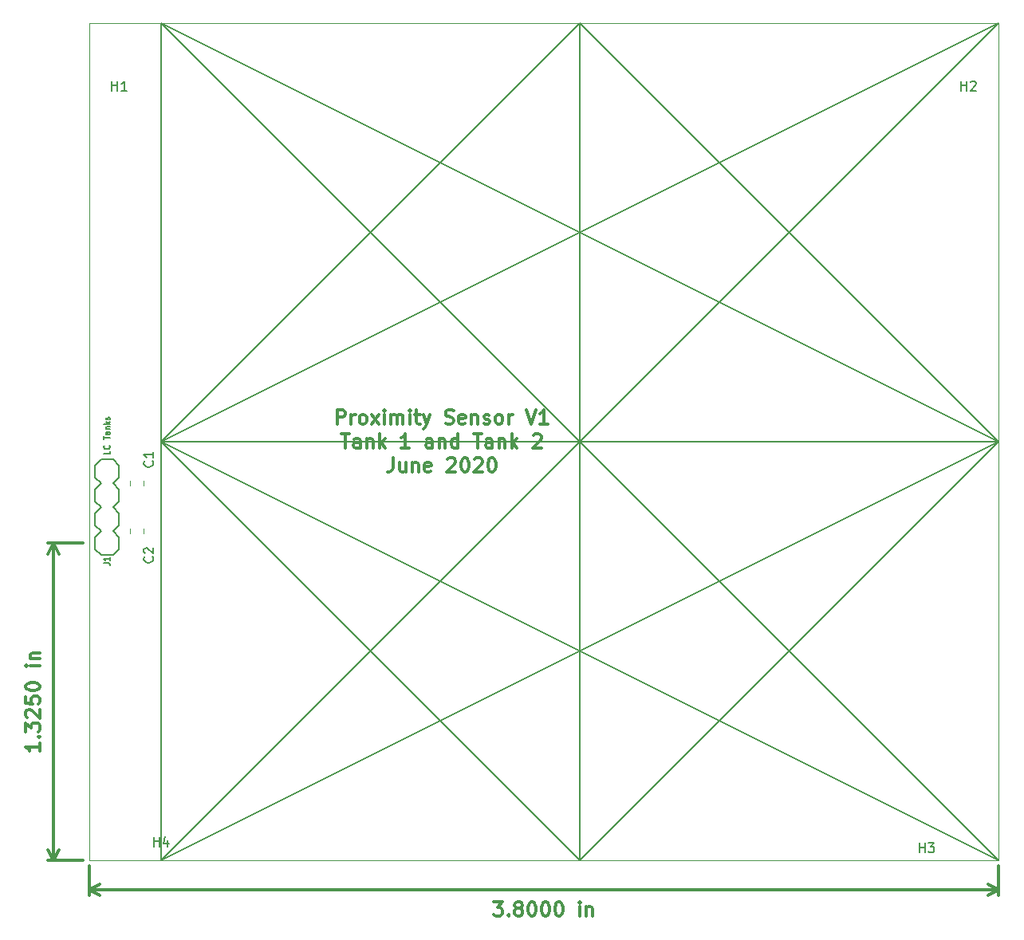
<source format=gbr>
G04 #@! TF.GenerationSoftware,KiCad,Pcbnew,(5.0.2)-1*
G04 #@! TF.CreationDate,2020-06-24T22:28:35-05:00*
G04 #@! TF.ProjectId,ProximityTankTwo_V1,50726f78-696d-4697-9479-54616e6b5477,rev?*
G04 #@! TF.SameCoordinates,Original*
G04 #@! TF.FileFunction,Legend,Top*
G04 #@! TF.FilePolarity,Positive*
%FSLAX46Y46*%
G04 Gerber Fmt 4.6, Leading zero omitted, Abs format (unit mm)*
G04 Created by KiCad (PCBNEW (5.0.2)-1) date 6/24/2020 10:28:35 PM*
%MOMM*%
%LPD*%
G01*
G04 APERTURE LIST*
%ADD10C,0.300000*%
%ADD11C,0.200000*%
%ADD12C,0.025400*%
%ADD13C,0.120000*%
%ADD14C,0.203200*%
%ADD15C,0.150000*%
%ADD16C,0.127000*%
G04 APERTURE END LIST*
D10*
X51722142Y-67978571D02*
X51722142Y-66478571D01*
X52293571Y-66478571D01*
X52436428Y-66550000D01*
X52507857Y-66621428D01*
X52579285Y-66764285D01*
X52579285Y-66978571D01*
X52507857Y-67121428D01*
X52436428Y-67192857D01*
X52293571Y-67264285D01*
X51722142Y-67264285D01*
X53222142Y-67978571D02*
X53222142Y-66978571D01*
X53222142Y-67264285D02*
X53293571Y-67121428D01*
X53365000Y-67050000D01*
X53507857Y-66978571D01*
X53650714Y-66978571D01*
X54365000Y-67978571D02*
X54222142Y-67907142D01*
X54150714Y-67835714D01*
X54079285Y-67692857D01*
X54079285Y-67264285D01*
X54150714Y-67121428D01*
X54222142Y-67050000D01*
X54365000Y-66978571D01*
X54579285Y-66978571D01*
X54722142Y-67050000D01*
X54793571Y-67121428D01*
X54865000Y-67264285D01*
X54865000Y-67692857D01*
X54793571Y-67835714D01*
X54722142Y-67907142D01*
X54579285Y-67978571D01*
X54365000Y-67978571D01*
X55365000Y-67978571D02*
X56150714Y-66978571D01*
X55365000Y-66978571D02*
X56150714Y-67978571D01*
X56722142Y-67978571D02*
X56722142Y-66978571D01*
X56722142Y-66478571D02*
X56650714Y-66550000D01*
X56722142Y-66621428D01*
X56793571Y-66550000D01*
X56722142Y-66478571D01*
X56722142Y-66621428D01*
X57436428Y-67978571D02*
X57436428Y-66978571D01*
X57436428Y-67121428D02*
X57507857Y-67050000D01*
X57650714Y-66978571D01*
X57865000Y-66978571D01*
X58007857Y-67050000D01*
X58079285Y-67192857D01*
X58079285Y-67978571D01*
X58079285Y-67192857D02*
X58150714Y-67050000D01*
X58293571Y-66978571D01*
X58507857Y-66978571D01*
X58650714Y-67050000D01*
X58722142Y-67192857D01*
X58722142Y-67978571D01*
X59436428Y-67978571D02*
X59436428Y-66978571D01*
X59436428Y-66478571D02*
X59365000Y-66550000D01*
X59436428Y-66621428D01*
X59507857Y-66550000D01*
X59436428Y-66478571D01*
X59436428Y-66621428D01*
X59936428Y-66978571D02*
X60507857Y-66978571D01*
X60150714Y-66478571D02*
X60150714Y-67764285D01*
X60222142Y-67907142D01*
X60365000Y-67978571D01*
X60507857Y-67978571D01*
X60865000Y-66978571D02*
X61222142Y-67978571D01*
X61579285Y-66978571D02*
X61222142Y-67978571D01*
X61079285Y-68335714D01*
X61007857Y-68407142D01*
X60865000Y-68478571D01*
X63222142Y-67907142D02*
X63436428Y-67978571D01*
X63793571Y-67978571D01*
X63936428Y-67907142D01*
X64007857Y-67835714D01*
X64079285Y-67692857D01*
X64079285Y-67550000D01*
X64007857Y-67407142D01*
X63936428Y-67335714D01*
X63793571Y-67264285D01*
X63507857Y-67192857D01*
X63365000Y-67121428D01*
X63293571Y-67050000D01*
X63222142Y-66907142D01*
X63222142Y-66764285D01*
X63293571Y-66621428D01*
X63365000Y-66550000D01*
X63507857Y-66478571D01*
X63865000Y-66478571D01*
X64079285Y-66550000D01*
X65293571Y-67907142D02*
X65150714Y-67978571D01*
X64865000Y-67978571D01*
X64722142Y-67907142D01*
X64650714Y-67764285D01*
X64650714Y-67192857D01*
X64722142Y-67050000D01*
X64865000Y-66978571D01*
X65150714Y-66978571D01*
X65293571Y-67050000D01*
X65365000Y-67192857D01*
X65365000Y-67335714D01*
X64650714Y-67478571D01*
X66007857Y-66978571D02*
X66007857Y-67978571D01*
X66007857Y-67121428D02*
X66079285Y-67050000D01*
X66222142Y-66978571D01*
X66436428Y-66978571D01*
X66579285Y-67050000D01*
X66650714Y-67192857D01*
X66650714Y-67978571D01*
X67293571Y-67907142D02*
X67436428Y-67978571D01*
X67722142Y-67978571D01*
X67865000Y-67907142D01*
X67936428Y-67764285D01*
X67936428Y-67692857D01*
X67865000Y-67550000D01*
X67722142Y-67478571D01*
X67507857Y-67478571D01*
X67365000Y-67407142D01*
X67293571Y-67264285D01*
X67293571Y-67192857D01*
X67365000Y-67050000D01*
X67507857Y-66978571D01*
X67722142Y-66978571D01*
X67865000Y-67050000D01*
X68793571Y-67978571D02*
X68650714Y-67907142D01*
X68579285Y-67835714D01*
X68507857Y-67692857D01*
X68507857Y-67264285D01*
X68579285Y-67121428D01*
X68650714Y-67050000D01*
X68793571Y-66978571D01*
X69007857Y-66978571D01*
X69150714Y-67050000D01*
X69222142Y-67121428D01*
X69293571Y-67264285D01*
X69293571Y-67692857D01*
X69222142Y-67835714D01*
X69150714Y-67907142D01*
X69007857Y-67978571D01*
X68793571Y-67978571D01*
X69936428Y-67978571D02*
X69936428Y-66978571D01*
X69936428Y-67264285D02*
X70007857Y-67121428D01*
X70079285Y-67050000D01*
X70222142Y-66978571D01*
X70365000Y-66978571D01*
X71793571Y-66478571D02*
X72293571Y-67978571D01*
X72793571Y-66478571D01*
X74079285Y-67978571D02*
X73222142Y-67978571D01*
X73650714Y-67978571D02*
X73650714Y-66478571D01*
X73507857Y-66692857D01*
X73365000Y-66835714D01*
X73222142Y-66907142D01*
X52186428Y-69028571D02*
X53043571Y-69028571D01*
X52615000Y-70528571D02*
X52615000Y-69028571D01*
X54186428Y-70528571D02*
X54186428Y-69742857D01*
X54115000Y-69600000D01*
X53972142Y-69528571D01*
X53686428Y-69528571D01*
X53543571Y-69600000D01*
X54186428Y-70457142D02*
X54043571Y-70528571D01*
X53686428Y-70528571D01*
X53543571Y-70457142D01*
X53472142Y-70314285D01*
X53472142Y-70171428D01*
X53543571Y-70028571D01*
X53686428Y-69957142D01*
X54043571Y-69957142D01*
X54186428Y-69885714D01*
X54900714Y-69528571D02*
X54900714Y-70528571D01*
X54900714Y-69671428D02*
X54972142Y-69600000D01*
X55115000Y-69528571D01*
X55329285Y-69528571D01*
X55472142Y-69600000D01*
X55543571Y-69742857D01*
X55543571Y-70528571D01*
X56257857Y-70528571D02*
X56257857Y-69028571D01*
X56400714Y-69957142D02*
X56829285Y-70528571D01*
X56829285Y-69528571D02*
X56257857Y-70100000D01*
X59400714Y-70528571D02*
X58543571Y-70528571D01*
X58972142Y-70528571D02*
X58972142Y-69028571D01*
X58829285Y-69242857D01*
X58686428Y-69385714D01*
X58543571Y-69457142D01*
X61829285Y-70528571D02*
X61829285Y-69742857D01*
X61757857Y-69600000D01*
X61615000Y-69528571D01*
X61329285Y-69528571D01*
X61186428Y-69600000D01*
X61829285Y-70457142D02*
X61686428Y-70528571D01*
X61329285Y-70528571D01*
X61186428Y-70457142D01*
X61115000Y-70314285D01*
X61115000Y-70171428D01*
X61186428Y-70028571D01*
X61329285Y-69957142D01*
X61686428Y-69957142D01*
X61829285Y-69885714D01*
X62543571Y-69528571D02*
X62543571Y-70528571D01*
X62543571Y-69671428D02*
X62615000Y-69600000D01*
X62757857Y-69528571D01*
X62972142Y-69528571D01*
X63115000Y-69600000D01*
X63186428Y-69742857D01*
X63186428Y-70528571D01*
X64543571Y-70528571D02*
X64543571Y-69028571D01*
X64543571Y-70457142D02*
X64400714Y-70528571D01*
X64114999Y-70528571D01*
X63972142Y-70457142D01*
X63900714Y-70385714D01*
X63829285Y-70242857D01*
X63829285Y-69814285D01*
X63900714Y-69671428D01*
X63972142Y-69600000D01*
X64114999Y-69528571D01*
X64400714Y-69528571D01*
X64543571Y-69600000D01*
X66186428Y-69028571D02*
X67043571Y-69028571D01*
X66614999Y-70528571D02*
X66614999Y-69028571D01*
X68186428Y-70528571D02*
X68186428Y-69742857D01*
X68115000Y-69600000D01*
X67972142Y-69528571D01*
X67686428Y-69528571D01*
X67543571Y-69600000D01*
X68186428Y-70457142D02*
X68043571Y-70528571D01*
X67686428Y-70528571D01*
X67543571Y-70457142D01*
X67472142Y-70314285D01*
X67472142Y-70171428D01*
X67543571Y-70028571D01*
X67686428Y-69957142D01*
X68043571Y-69957142D01*
X68186428Y-69885714D01*
X68900714Y-69528571D02*
X68900714Y-70528571D01*
X68900714Y-69671428D02*
X68972142Y-69600000D01*
X69115000Y-69528571D01*
X69329285Y-69528571D01*
X69472142Y-69600000D01*
X69543571Y-69742857D01*
X69543571Y-70528571D01*
X70257857Y-70528571D02*
X70257857Y-69028571D01*
X70400714Y-69957142D02*
X70829285Y-70528571D01*
X70829285Y-69528571D02*
X70257857Y-70100000D01*
X72543571Y-69171428D02*
X72614999Y-69100000D01*
X72757857Y-69028571D01*
X73114999Y-69028571D01*
X73257857Y-69100000D01*
X73329285Y-69171428D01*
X73400714Y-69314285D01*
X73400714Y-69457142D01*
X73329285Y-69671428D01*
X72472142Y-70528571D01*
X73400714Y-70528571D01*
X57650714Y-71578571D02*
X57650714Y-72650000D01*
X57579285Y-72864285D01*
X57436428Y-73007142D01*
X57222142Y-73078571D01*
X57079285Y-73078571D01*
X59007857Y-72078571D02*
X59007857Y-73078571D01*
X58365000Y-72078571D02*
X58365000Y-72864285D01*
X58436428Y-73007142D01*
X58579285Y-73078571D01*
X58793571Y-73078571D01*
X58936428Y-73007142D01*
X59007857Y-72935714D01*
X59722142Y-72078571D02*
X59722142Y-73078571D01*
X59722142Y-72221428D02*
X59793571Y-72150000D01*
X59936428Y-72078571D01*
X60150714Y-72078571D01*
X60293571Y-72150000D01*
X60365000Y-72292857D01*
X60365000Y-73078571D01*
X61650714Y-73007142D02*
X61507857Y-73078571D01*
X61222142Y-73078571D01*
X61079285Y-73007142D01*
X61007857Y-72864285D01*
X61007857Y-72292857D01*
X61079285Y-72150000D01*
X61222142Y-72078571D01*
X61507857Y-72078571D01*
X61650714Y-72150000D01*
X61722142Y-72292857D01*
X61722142Y-72435714D01*
X61007857Y-72578571D01*
X63436428Y-71721428D02*
X63507857Y-71650000D01*
X63650714Y-71578571D01*
X64007857Y-71578571D01*
X64150714Y-71650000D01*
X64222142Y-71721428D01*
X64293571Y-71864285D01*
X64293571Y-72007142D01*
X64222142Y-72221428D01*
X63365000Y-73078571D01*
X64293571Y-73078571D01*
X65222142Y-71578571D02*
X65365000Y-71578571D01*
X65507857Y-71650000D01*
X65579285Y-71721428D01*
X65650714Y-71864285D01*
X65722142Y-72150000D01*
X65722142Y-72507142D01*
X65650714Y-72792857D01*
X65579285Y-72935714D01*
X65507857Y-73007142D01*
X65365000Y-73078571D01*
X65222142Y-73078571D01*
X65079285Y-73007142D01*
X65007857Y-72935714D01*
X64936428Y-72792857D01*
X64865000Y-72507142D01*
X64865000Y-72150000D01*
X64936428Y-71864285D01*
X65007857Y-71721428D01*
X65079285Y-71650000D01*
X65222142Y-71578571D01*
X66293571Y-71721428D02*
X66365000Y-71650000D01*
X66507857Y-71578571D01*
X66865000Y-71578571D01*
X67007857Y-71650000D01*
X67079285Y-71721428D01*
X67150714Y-71864285D01*
X67150714Y-72007142D01*
X67079285Y-72221428D01*
X66222142Y-73078571D01*
X67150714Y-73078571D01*
X68079285Y-71578571D02*
X68222142Y-71578571D01*
X68365000Y-71650000D01*
X68436428Y-71721428D01*
X68507857Y-71864285D01*
X68579285Y-72150000D01*
X68579285Y-72507142D01*
X68507857Y-72792857D01*
X68436428Y-72935714D01*
X68365000Y-73007142D01*
X68222142Y-73078571D01*
X68079285Y-73078571D01*
X67936428Y-73007142D01*
X67865000Y-72935714D01*
X67793571Y-72792857D01*
X67722142Y-72507142D01*
X67722142Y-72150000D01*
X67793571Y-71864285D01*
X67865000Y-71721428D01*
X67936428Y-71650000D01*
X68079285Y-71578571D01*
D11*
X77470000Y-25400000D02*
X121920000Y-69850000D01*
X33020000Y-69850000D02*
X77470000Y-114300000D01*
X77470000Y-25400000D02*
X33020000Y-69850000D01*
X33020000Y-114300000D02*
X121920000Y-25400000D01*
X33020000Y-25400000D02*
X121920000Y-114300000D01*
X77470000Y-114300000D02*
X121920000Y-69850000D01*
X77470000Y-25400000D02*
X77470000Y-114300000D01*
X33020000Y-69850000D02*
X121920000Y-114300000D01*
X33020000Y-114300000D02*
X121920000Y-69850000D01*
X33020000Y-25400000D02*
X121920000Y-69850000D01*
X33020000Y-69850000D02*
X121920000Y-25400000D01*
X33020000Y-25400000D02*
X33020000Y-114300000D01*
X121920000Y-69850000D02*
X33020000Y-69850000D01*
D10*
X20168571Y-101865357D02*
X20168571Y-102722500D01*
X20168571Y-102293928D02*
X18668571Y-102293928D01*
X18882857Y-102436785D01*
X19025714Y-102579642D01*
X19097142Y-102722500D01*
X20025714Y-101222500D02*
X20097142Y-101151071D01*
X20168571Y-101222500D01*
X20097142Y-101293928D01*
X20025714Y-101222500D01*
X20168571Y-101222500D01*
X18668571Y-100651071D02*
X18668571Y-99722500D01*
X19240000Y-100222500D01*
X19240000Y-100008214D01*
X19311428Y-99865357D01*
X19382857Y-99793928D01*
X19525714Y-99722500D01*
X19882857Y-99722500D01*
X20025714Y-99793928D01*
X20097142Y-99865357D01*
X20168571Y-100008214D01*
X20168571Y-100436785D01*
X20097142Y-100579642D01*
X20025714Y-100651071D01*
X18811428Y-99151071D02*
X18740000Y-99079642D01*
X18668571Y-98936785D01*
X18668571Y-98579642D01*
X18740000Y-98436785D01*
X18811428Y-98365357D01*
X18954285Y-98293928D01*
X19097142Y-98293928D01*
X19311428Y-98365357D01*
X20168571Y-99222500D01*
X20168571Y-98293928D01*
X18668571Y-96936785D02*
X18668571Y-97651071D01*
X19382857Y-97722500D01*
X19311428Y-97651071D01*
X19240000Y-97508214D01*
X19240000Y-97151071D01*
X19311428Y-97008214D01*
X19382857Y-96936785D01*
X19525714Y-96865357D01*
X19882857Y-96865357D01*
X20025714Y-96936785D01*
X20097142Y-97008214D01*
X20168571Y-97151071D01*
X20168571Y-97508214D01*
X20097142Y-97651071D01*
X20025714Y-97722500D01*
X18668571Y-95936785D02*
X18668571Y-95793928D01*
X18740000Y-95651071D01*
X18811428Y-95579642D01*
X18954285Y-95508214D01*
X19240000Y-95436785D01*
X19597142Y-95436785D01*
X19882857Y-95508214D01*
X20025714Y-95579642D01*
X20097142Y-95651071D01*
X20168571Y-95793928D01*
X20168571Y-95936785D01*
X20097142Y-96079642D01*
X20025714Y-96151071D01*
X19882857Y-96222500D01*
X19597142Y-96293928D01*
X19240000Y-96293928D01*
X18954285Y-96222500D01*
X18811428Y-96151071D01*
X18740000Y-96079642D01*
X18668571Y-95936785D01*
X20168571Y-93651071D02*
X19168571Y-93651071D01*
X18668571Y-93651071D02*
X18740000Y-93722500D01*
X18811428Y-93651071D01*
X18740000Y-93579642D01*
X18668571Y-93651071D01*
X18811428Y-93651071D01*
X19168571Y-92936785D02*
X20168571Y-92936785D01*
X19311428Y-92936785D02*
X19240000Y-92865357D01*
X19168571Y-92722500D01*
X19168571Y-92508214D01*
X19240000Y-92365357D01*
X19382857Y-92293928D01*
X20168571Y-92293928D01*
X21590000Y-114300000D02*
X21590000Y-80645000D01*
X24765000Y-114300000D02*
X21003579Y-114300000D01*
X24765000Y-80645000D02*
X21003579Y-80645000D01*
X21590000Y-80645000D02*
X22176421Y-81771504D01*
X21590000Y-80645000D02*
X21003579Y-81771504D01*
X21590000Y-114300000D02*
X22176421Y-113173496D01*
X21590000Y-114300000D02*
X21003579Y-113173496D01*
X68338571Y-118753571D02*
X69267142Y-118753571D01*
X68767142Y-119325000D01*
X68981428Y-119325000D01*
X69124285Y-119396428D01*
X69195714Y-119467857D01*
X69267142Y-119610714D01*
X69267142Y-119967857D01*
X69195714Y-120110714D01*
X69124285Y-120182142D01*
X68981428Y-120253571D01*
X68552857Y-120253571D01*
X68410000Y-120182142D01*
X68338571Y-120110714D01*
X69910000Y-120110714D02*
X69981428Y-120182142D01*
X69910000Y-120253571D01*
X69838571Y-120182142D01*
X69910000Y-120110714D01*
X69910000Y-120253571D01*
X70838571Y-119396428D02*
X70695714Y-119325000D01*
X70624285Y-119253571D01*
X70552857Y-119110714D01*
X70552857Y-119039285D01*
X70624285Y-118896428D01*
X70695714Y-118825000D01*
X70838571Y-118753571D01*
X71124285Y-118753571D01*
X71267142Y-118825000D01*
X71338571Y-118896428D01*
X71410000Y-119039285D01*
X71410000Y-119110714D01*
X71338571Y-119253571D01*
X71267142Y-119325000D01*
X71124285Y-119396428D01*
X70838571Y-119396428D01*
X70695714Y-119467857D01*
X70624285Y-119539285D01*
X70552857Y-119682142D01*
X70552857Y-119967857D01*
X70624285Y-120110714D01*
X70695714Y-120182142D01*
X70838571Y-120253571D01*
X71124285Y-120253571D01*
X71267142Y-120182142D01*
X71338571Y-120110714D01*
X71410000Y-119967857D01*
X71410000Y-119682142D01*
X71338571Y-119539285D01*
X71267142Y-119467857D01*
X71124285Y-119396428D01*
X72338571Y-118753571D02*
X72481428Y-118753571D01*
X72624285Y-118825000D01*
X72695714Y-118896428D01*
X72767142Y-119039285D01*
X72838571Y-119325000D01*
X72838571Y-119682142D01*
X72767142Y-119967857D01*
X72695714Y-120110714D01*
X72624285Y-120182142D01*
X72481428Y-120253571D01*
X72338571Y-120253571D01*
X72195714Y-120182142D01*
X72124285Y-120110714D01*
X72052857Y-119967857D01*
X71981428Y-119682142D01*
X71981428Y-119325000D01*
X72052857Y-119039285D01*
X72124285Y-118896428D01*
X72195714Y-118825000D01*
X72338571Y-118753571D01*
X73767142Y-118753571D02*
X73910000Y-118753571D01*
X74052857Y-118825000D01*
X74124285Y-118896428D01*
X74195714Y-119039285D01*
X74267142Y-119325000D01*
X74267142Y-119682142D01*
X74195714Y-119967857D01*
X74124285Y-120110714D01*
X74052857Y-120182142D01*
X73910000Y-120253571D01*
X73767142Y-120253571D01*
X73624285Y-120182142D01*
X73552857Y-120110714D01*
X73481428Y-119967857D01*
X73410000Y-119682142D01*
X73410000Y-119325000D01*
X73481428Y-119039285D01*
X73552857Y-118896428D01*
X73624285Y-118825000D01*
X73767142Y-118753571D01*
X75195714Y-118753571D02*
X75338571Y-118753571D01*
X75481428Y-118825000D01*
X75552857Y-118896428D01*
X75624285Y-119039285D01*
X75695714Y-119325000D01*
X75695714Y-119682142D01*
X75624285Y-119967857D01*
X75552857Y-120110714D01*
X75481428Y-120182142D01*
X75338571Y-120253571D01*
X75195714Y-120253571D01*
X75052857Y-120182142D01*
X74981428Y-120110714D01*
X74910000Y-119967857D01*
X74838571Y-119682142D01*
X74838571Y-119325000D01*
X74910000Y-119039285D01*
X74981428Y-118896428D01*
X75052857Y-118825000D01*
X75195714Y-118753571D01*
X77481428Y-120253571D02*
X77481428Y-119253571D01*
X77481428Y-118753571D02*
X77410000Y-118825000D01*
X77481428Y-118896428D01*
X77552857Y-118825000D01*
X77481428Y-118753571D01*
X77481428Y-118896428D01*
X78195714Y-119253571D02*
X78195714Y-120253571D01*
X78195714Y-119396428D02*
X78267142Y-119325000D01*
X78410000Y-119253571D01*
X78624285Y-119253571D01*
X78767142Y-119325000D01*
X78838571Y-119467857D01*
X78838571Y-120253571D01*
X25400000Y-117475000D02*
X121920000Y-117475000D01*
X25400000Y-114935000D02*
X25400000Y-118061421D01*
X121920000Y-114935000D02*
X121920000Y-118061421D01*
X121920000Y-117475000D02*
X120793496Y-118061421D01*
X121920000Y-117475000D02*
X120793496Y-116888579D01*
X25400000Y-117475000D02*
X26526504Y-118061421D01*
X25400000Y-117475000D02*
X26526504Y-116888579D01*
D12*
X121920000Y-25400000D02*
X25400000Y-25400000D01*
X121920000Y-114300000D02*
X121920000Y-25400000D01*
X25400000Y-114300000D02*
X121920000Y-114300000D01*
X25400000Y-25400000D02*
X25400000Y-114300000D01*
D13*
G04 #@! TO.C,C1*
X31190000Y-74556252D02*
X31190000Y-74033748D01*
X29770000Y-74556252D02*
X29770000Y-74033748D01*
G04 #@! TO.C,C2*
X29770000Y-79636252D02*
X29770000Y-79113748D01*
X31190000Y-79636252D02*
X31190000Y-79113748D01*
D14*
G04 #@! TO.C,J1*
X28575000Y-80010000D02*
X28575000Y-81280000D01*
X28575000Y-81280000D02*
X27940000Y-81915000D01*
X26670000Y-81915000D02*
X26035000Y-81280000D01*
X27940000Y-76835000D02*
X28575000Y-77470000D01*
X28575000Y-77470000D02*
X28575000Y-78740000D01*
X28575000Y-78740000D02*
X27940000Y-79375000D01*
X26670000Y-79375000D02*
X26035000Y-78740000D01*
X26035000Y-78740000D02*
X26035000Y-77470000D01*
X26035000Y-77470000D02*
X26670000Y-76835000D01*
X28575000Y-80010000D02*
X27940000Y-79375000D01*
X26670000Y-79375000D02*
X26035000Y-80010000D01*
X26035000Y-81280000D02*
X26035000Y-80010000D01*
X28575000Y-72390000D02*
X28575000Y-73660000D01*
X28575000Y-73660000D02*
X27940000Y-74295000D01*
X26670000Y-74295000D02*
X26035000Y-73660000D01*
X27940000Y-74295000D02*
X28575000Y-74930000D01*
X28575000Y-74930000D02*
X28575000Y-76200000D01*
X28575000Y-76200000D02*
X27940000Y-76835000D01*
X26670000Y-76835000D02*
X26035000Y-76200000D01*
X26035000Y-76200000D02*
X26035000Y-74930000D01*
X26035000Y-74930000D02*
X26670000Y-74295000D01*
X27940000Y-71755000D02*
X26670000Y-71755000D01*
X28575000Y-72390000D02*
X27940000Y-71755000D01*
X26670000Y-71755000D02*
X26035000Y-72390000D01*
X26035000Y-73660000D02*
X26035000Y-72390000D01*
X27940000Y-81915000D02*
X26670000Y-81915000D01*
G04 #@! TO.C,C1*
D15*
X32107142Y-71921666D02*
X32154761Y-71969285D01*
X32202380Y-72112142D01*
X32202380Y-72207380D01*
X32154761Y-72350238D01*
X32059523Y-72445476D01*
X31964285Y-72493095D01*
X31773809Y-72540714D01*
X31630952Y-72540714D01*
X31440476Y-72493095D01*
X31345238Y-72445476D01*
X31250000Y-72350238D01*
X31202380Y-72207380D01*
X31202380Y-72112142D01*
X31250000Y-71969285D01*
X31297619Y-71921666D01*
X32202380Y-70969285D02*
X32202380Y-71540714D01*
X32202380Y-71255000D02*
X31202380Y-71255000D01*
X31345238Y-71350238D01*
X31440476Y-71445476D01*
X31488095Y-71540714D01*
G04 #@! TO.C,C2*
X32107142Y-82081666D02*
X32154761Y-82129285D01*
X32202380Y-82272142D01*
X32202380Y-82367380D01*
X32154761Y-82510238D01*
X32059523Y-82605476D01*
X31964285Y-82653095D01*
X31773809Y-82700714D01*
X31630952Y-82700714D01*
X31440476Y-82653095D01*
X31345238Y-82605476D01*
X31250000Y-82510238D01*
X31202380Y-82367380D01*
X31202380Y-82272142D01*
X31250000Y-82129285D01*
X31297619Y-82081666D01*
X31297619Y-81700714D02*
X31250000Y-81653095D01*
X31202380Y-81557857D01*
X31202380Y-81319761D01*
X31250000Y-81224523D01*
X31297619Y-81176904D01*
X31392857Y-81129285D01*
X31488095Y-81129285D01*
X31630952Y-81176904D01*
X32202380Y-81748333D01*
X32202380Y-81129285D01*
G04 #@! TO.C,H1*
X27813095Y-32583380D02*
X27813095Y-31583380D01*
X27813095Y-32059571D02*
X28384523Y-32059571D01*
X28384523Y-32583380D02*
X28384523Y-31583380D01*
X29384523Y-32583380D02*
X28813095Y-32583380D01*
X29098809Y-32583380D02*
X29098809Y-31583380D01*
X29003571Y-31726238D01*
X28908333Y-31821476D01*
X28813095Y-31869095D01*
G04 #@! TO.C,H2*
X117983095Y-32583380D02*
X117983095Y-31583380D01*
X117983095Y-32059571D02*
X118554523Y-32059571D01*
X118554523Y-32583380D02*
X118554523Y-31583380D01*
X118983095Y-31678619D02*
X119030714Y-31631000D01*
X119125952Y-31583380D01*
X119364047Y-31583380D01*
X119459285Y-31631000D01*
X119506904Y-31678619D01*
X119554523Y-31773857D01*
X119554523Y-31869095D01*
X119506904Y-32011952D01*
X118935476Y-32583380D01*
X119554523Y-32583380D01*
G04 #@! TO.C,H3*
X113538095Y-113482380D02*
X113538095Y-112482380D01*
X113538095Y-112958571D02*
X114109523Y-112958571D01*
X114109523Y-113482380D02*
X114109523Y-112482380D01*
X114490476Y-112482380D02*
X115109523Y-112482380D01*
X114776190Y-112863333D01*
X114919047Y-112863333D01*
X115014285Y-112910952D01*
X115061904Y-112958571D01*
X115109523Y-113053809D01*
X115109523Y-113291904D01*
X115061904Y-113387142D01*
X115014285Y-113434761D01*
X114919047Y-113482380D01*
X114633333Y-113482380D01*
X114538095Y-113434761D01*
X114490476Y-113387142D01*
G04 #@! TO.C,H4*
X32258095Y-112847380D02*
X32258095Y-111847380D01*
X32258095Y-112323571D02*
X32829523Y-112323571D01*
X32829523Y-112847380D02*
X32829523Y-111847380D01*
X33734285Y-112180714D02*
X33734285Y-112847380D01*
X33496190Y-111799761D02*
X33258095Y-112514047D01*
X33877142Y-112514047D01*
G04 #@! TO.C,J1*
D16*
X26971171Y-82753200D02*
X27406600Y-82753200D01*
X27493685Y-82782228D01*
X27551742Y-82840285D01*
X27580771Y-82927371D01*
X27580771Y-82985428D01*
X27580771Y-82143600D02*
X27580771Y-82491942D01*
X27580771Y-82317771D02*
X26971171Y-82317771D01*
X27058257Y-82375828D01*
X27116314Y-82433885D01*
X27145342Y-82491942D01*
X27580771Y-70840600D02*
X27580771Y-71130885D01*
X26971171Y-71130885D01*
X27522714Y-70289057D02*
X27551742Y-70318085D01*
X27580771Y-70405171D01*
X27580771Y-70463228D01*
X27551742Y-70550314D01*
X27493685Y-70608371D01*
X27435628Y-70637400D01*
X27319514Y-70666428D01*
X27232428Y-70666428D01*
X27116314Y-70637400D01*
X27058257Y-70608371D01*
X27000200Y-70550314D01*
X26971171Y-70463228D01*
X26971171Y-70405171D01*
X27000200Y-70318085D01*
X27029228Y-70289057D01*
X26971171Y-69650428D02*
X26971171Y-69302085D01*
X27580771Y-69476257D02*
X26971171Y-69476257D01*
X27580771Y-68837628D02*
X27261457Y-68837628D01*
X27203400Y-68866657D01*
X27174371Y-68924714D01*
X27174371Y-69040828D01*
X27203400Y-69098885D01*
X27551742Y-68837628D02*
X27580771Y-68895685D01*
X27580771Y-69040828D01*
X27551742Y-69098885D01*
X27493685Y-69127914D01*
X27435628Y-69127914D01*
X27377571Y-69098885D01*
X27348542Y-69040828D01*
X27348542Y-68895685D01*
X27319514Y-68837628D01*
X27174371Y-68547342D02*
X27580771Y-68547342D01*
X27232428Y-68547342D02*
X27203400Y-68518314D01*
X27174371Y-68460257D01*
X27174371Y-68373171D01*
X27203400Y-68315114D01*
X27261457Y-68286085D01*
X27580771Y-68286085D01*
X27580771Y-67995800D02*
X26971171Y-67995800D01*
X27348542Y-67937742D02*
X27580771Y-67763571D01*
X27174371Y-67763571D02*
X27406600Y-67995800D01*
X27551742Y-67531342D02*
X27580771Y-67473285D01*
X27580771Y-67357171D01*
X27551742Y-67299114D01*
X27493685Y-67270085D01*
X27464657Y-67270085D01*
X27406600Y-67299114D01*
X27377571Y-67357171D01*
X27377571Y-67444257D01*
X27348542Y-67502314D01*
X27290485Y-67531342D01*
X27261457Y-67531342D01*
X27203400Y-67502314D01*
X27174371Y-67444257D01*
X27174371Y-67357171D01*
X27203400Y-67299114D01*
G04 #@! TD*
M02*

</source>
